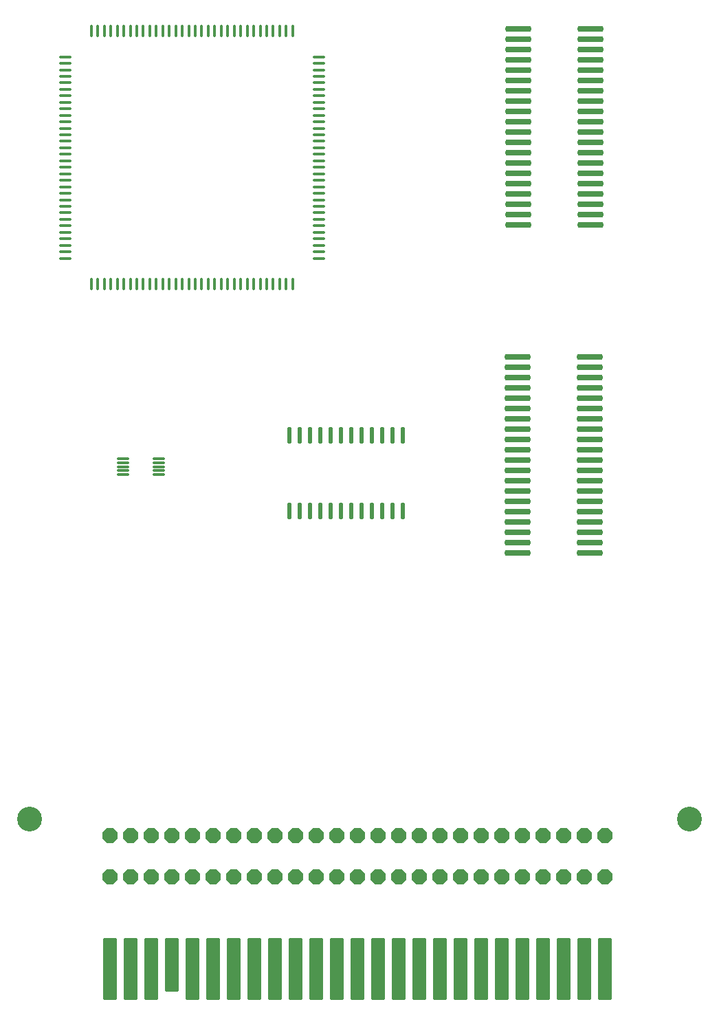
<source format=gbr>
%TF.GenerationSoftware,KiCad,Pcbnew,(6.0.0)*%
%TF.CreationDate,2022-08-25T16:51:24-03:00*%
%TF.ProjectId,BlankMSXCartHSH,426c616e-6b4d-4535-9843-617274485348,rev?*%
%TF.SameCoordinates,Original*%
%TF.FileFunction,Soldermask,Top*%
%TF.FilePolarity,Negative*%
%FSLAX46Y46*%
G04 Gerber Fmt 4.6, Leading zero omitted, Abs format (unit mm)*
G04 Created by KiCad (PCBNEW (6.0.0)) date 2022-08-25 16:51:24*
%MOMM*%
%LPD*%
G01*
G04 APERTURE LIST*
G04 Aperture macros list*
%AMRoundRect*
0 Rectangle with rounded corners*
0 $1 Rounding radius*
0 $2 $3 $4 $5 $6 $7 $8 $9 X,Y pos of 4 corners*
0 Add a 4 corners polygon primitive as box body*
4,1,4,$2,$3,$4,$5,$6,$7,$8,$9,$2,$3,0*
0 Add four circle primitives for the rounded corners*
1,1,$1+$1,$2,$3*
1,1,$1+$1,$4,$5*
1,1,$1+$1,$6,$7*
1,1,$1+$1,$8,$9*
0 Add four rect primitives between the rounded corners*
20,1,$1+$1,$2,$3,$4,$5,0*
20,1,$1+$1,$4,$5,$6,$7,0*
20,1,$1+$1,$6,$7,$8,$9,0*
20,1,$1+$1,$8,$9,$2,$3,0*%
%AMFreePoly0*
4,1,25,0.459769,0.882296,0.471892,0.871942,0.871942,0.471892,0.900449,0.415944,0.901700,0.400050,0.901700,-0.400050,0.882296,-0.459769,0.871942,-0.471892,0.471892,-0.871942,0.415944,-0.900449,0.400050,-0.901700,-0.400050,-0.901700,-0.459769,-0.882296,-0.471892,-0.871942,-0.871942,-0.471892,-0.900449,-0.415944,-0.901700,-0.400050,-0.901700,0.400050,-0.882296,0.459769,-0.871942,0.471892,
-0.471892,0.871942,-0.415944,0.900449,-0.400050,0.901700,0.400050,0.901700,0.459769,0.882296,0.459769,0.882296,$1*%
G04 Aperture macros list end*
%ADD10RoundRect,0.137500X0.137500X-0.862500X0.137500X0.862500X-0.137500X0.862500X-0.137500X-0.862500X0*%
%ADD11RoundRect,0.075000X0.650000X0.075000X-0.650000X0.075000X-0.650000X-0.075000X0.650000X-0.075000X0*%
%ADD12RoundRect,0.200000X-1.374000X-0.150000X1.374000X-0.150000X1.374000X0.150000X-1.374000X0.150000X0*%
%ADD13O,0.350000X1.600000*%
%ADD14O,1.600000X0.350000*%
%ADD15RoundRect,0.101600X0.762000X3.683000X-0.762000X3.683000X-0.762000X-3.683000X0.762000X-3.683000X0*%
%ADD16RoundRect,0.101600X0.762000X3.175000X-0.762000X3.175000X-0.762000X-3.175000X0.762000X-3.175000X0*%
%ADD17C,3.048000*%
%ADD18FreePoly0,0.000000*%
G04 APERTURE END LIST*
D10*
%TO.C,U5*%
X101295000Y-122170000D03*
X102565000Y-122170000D03*
X103835000Y-122170000D03*
X105105000Y-122170000D03*
X106375000Y-122170000D03*
X107645000Y-122170000D03*
X108915000Y-122170000D03*
X110185000Y-122170000D03*
X111455000Y-122170000D03*
X112725000Y-122170000D03*
X113995000Y-122170000D03*
X115265000Y-122170000D03*
X115265000Y-112870000D03*
X113995000Y-112870000D03*
X112725000Y-112870000D03*
X111455000Y-112870000D03*
X110185000Y-112870000D03*
X108915000Y-112870000D03*
X107645000Y-112870000D03*
X106375000Y-112870000D03*
X105105000Y-112870000D03*
X103835000Y-112870000D03*
X102565000Y-112870000D03*
X101295000Y-112870000D03*
%TD*%
D11*
%TO.C,U4*%
X85280000Y-117700000D03*
X85280000Y-117200000D03*
X85280000Y-116700000D03*
X85280000Y-116200000D03*
X85280000Y-115700000D03*
X80880000Y-115700000D03*
X80880000Y-116200000D03*
X80880000Y-116700000D03*
X80880000Y-117200000D03*
X80880000Y-117700000D03*
%TD*%
D12*
%TO.C,U3*%
X138315000Y-118415000D03*
X138315000Y-119685000D03*
X129425000Y-119685000D03*
X129425000Y-112065000D03*
X129425000Y-109525000D03*
X138315000Y-127305000D03*
X129425000Y-103175000D03*
X129425000Y-104445000D03*
X129425000Y-105715000D03*
X129425000Y-106985000D03*
X129425000Y-108255000D03*
X129425000Y-113335000D03*
X129425000Y-114605000D03*
X129425000Y-115875000D03*
X129425000Y-117145000D03*
X129425000Y-118415000D03*
X138315000Y-126035000D03*
X138315000Y-124765000D03*
X138315000Y-123495000D03*
X138315000Y-122225000D03*
X138315000Y-120955000D03*
X129425000Y-110795000D03*
X129425000Y-120955000D03*
X129425000Y-122225000D03*
X129425000Y-123495000D03*
X129425000Y-124765000D03*
X129425000Y-126035000D03*
X129425000Y-127305000D03*
X138315000Y-108255000D03*
X138315000Y-109525000D03*
X138315000Y-117145000D03*
X138315000Y-115875000D03*
X138315000Y-114605000D03*
X138315000Y-113335000D03*
X138315000Y-112065000D03*
X138315000Y-110795000D03*
X138315000Y-106985000D03*
X138315000Y-105715000D03*
X138315000Y-103175000D03*
X138315000Y-104445000D03*
%TD*%
%TO.C,U2*%
X138385000Y-64045000D03*
X138385000Y-62775000D03*
X138385000Y-65315000D03*
X138385000Y-66585000D03*
X138385000Y-70395000D03*
X138385000Y-71665000D03*
X138385000Y-72935000D03*
X138385000Y-74205000D03*
X138385000Y-75475000D03*
X138385000Y-76745000D03*
X138385000Y-69125000D03*
X138385000Y-67855000D03*
X129495000Y-86905000D03*
X129495000Y-85635000D03*
X129495000Y-84365000D03*
X129495000Y-83095000D03*
X129495000Y-81825000D03*
X129495000Y-80555000D03*
X129495000Y-70395000D03*
X138385000Y-80555000D03*
X138385000Y-81825000D03*
X138385000Y-83095000D03*
X138385000Y-84365000D03*
X138385000Y-85635000D03*
X129495000Y-78015000D03*
X129495000Y-76745000D03*
X129495000Y-75475000D03*
X129495000Y-74205000D03*
X129495000Y-72935000D03*
X129495000Y-67855000D03*
X129495000Y-66585000D03*
X129495000Y-65315000D03*
X129495000Y-64045000D03*
X129495000Y-62775000D03*
X138385000Y-86905000D03*
X129495000Y-69125000D03*
X129495000Y-71665000D03*
X129495000Y-79285000D03*
X138385000Y-79285000D03*
X138385000Y-78015000D03*
%TD*%
D13*
%TO.C,U1*%
X76930000Y-63050000D03*
X77730000Y-63050000D03*
X78530000Y-63050000D03*
X79330000Y-63050000D03*
X80130000Y-63050000D03*
X80930000Y-63050000D03*
X81730000Y-63050000D03*
X82530000Y-63050000D03*
X83330000Y-63050000D03*
X84130000Y-63050000D03*
X84930000Y-63050000D03*
X85730000Y-63050000D03*
X86530000Y-63050000D03*
X87330000Y-63050000D03*
X88130000Y-63050000D03*
X88930000Y-63050000D03*
X89730000Y-63050000D03*
X90530000Y-63050000D03*
X91330000Y-63050000D03*
X92130000Y-63050000D03*
X92930000Y-63050000D03*
X93730000Y-63050000D03*
X94530000Y-63050000D03*
X95330000Y-63050000D03*
X96130000Y-63050000D03*
X96930000Y-63050000D03*
X97730000Y-63050000D03*
X98530000Y-63050000D03*
X99330000Y-63050000D03*
X100130000Y-63050000D03*
X100930000Y-63050000D03*
X101730000Y-63050000D03*
D14*
X104930000Y-66250000D03*
X104930000Y-67050000D03*
X104930000Y-67850000D03*
X104930000Y-68650000D03*
X104930000Y-69450000D03*
X104930000Y-70250000D03*
X104930000Y-71050000D03*
X104930000Y-71850000D03*
X104930000Y-72650000D03*
X104930000Y-73450000D03*
X104930000Y-74250000D03*
X104930000Y-75050000D03*
X104930000Y-75850000D03*
X104930000Y-76650000D03*
X104930000Y-77450000D03*
X104930000Y-78250000D03*
X104930000Y-79050000D03*
X104930000Y-79850000D03*
X104930000Y-80650000D03*
X104930000Y-81450000D03*
X104930000Y-82250000D03*
X104930000Y-83050000D03*
X104930000Y-83850000D03*
X104930000Y-84650000D03*
X104930000Y-85450000D03*
X104930000Y-86250000D03*
X104930000Y-87050000D03*
X104930000Y-87850000D03*
X104930000Y-88650000D03*
X104930000Y-89450000D03*
X104930000Y-90250000D03*
X104930000Y-91050000D03*
D13*
X101730000Y-94250000D03*
X100930000Y-94250000D03*
X100130000Y-94250000D03*
X99330000Y-94250000D03*
X98530000Y-94250000D03*
X97730000Y-94250000D03*
X96930000Y-94250000D03*
X96130000Y-94250000D03*
X95330000Y-94250000D03*
X94530000Y-94250000D03*
X93730000Y-94250000D03*
X92930000Y-94250000D03*
X92130000Y-94250000D03*
X91330000Y-94250000D03*
X90530000Y-94250000D03*
X89730000Y-94250000D03*
X88930000Y-94250000D03*
X88130000Y-94250000D03*
X87330000Y-94250000D03*
X86530000Y-94250000D03*
X85730000Y-94250000D03*
X84930000Y-94250000D03*
X84130000Y-94250000D03*
X83330000Y-94250000D03*
X82530000Y-94250000D03*
X81730000Y-94250000D03*
X80930000Y-94250000D03*
X80130000Y-94250000D03*
X79330000Y-94250000D03*
X78530000Y-94250000D03*
X77730000Y-94250000D03*
X76930000Y-94250000D03*
D14*
X73730000Y-91050000D03*
X73730000Y-90250000D03*
X73730000Y-89450000D03*
X73730000Y-88650000D03*
X73730000Y-87850000D03*
X73730000Y-87050000D03*
X73730000Y-86250000D03*
X73730000Y-85450000D03*
X73730000Y-84650000D03*
X73730000Y-83850000D03*
X73730000Y-83050000D03*
X73730000Y-82250000D03*
X73730000Y-81450000D03*
X73730000Y-80650000D03*
X73730000Y-79850000D03*
X73730000Y-79050000D03*
X73730000Y-78250000D03*
X73730000Y-77450000D03*
X73730000Y-76650000D03*
X73730000Y-75850000D03*
X73730000Y-75050000D03*
X73730000Y-74250000D03*
X73730000Y-73450000D03*
X73730000Y-72650000D03*
X73730000Y-71850000D03*
X73730000Y-71050000D03*
X73730000Y-70250000D03*
X73730000Y-69450000D03*
X73730000Y-68650000D03*
X73730000Y-67850000D03*
X73730000Y-67050000D03*
X73730000Y-66250000D03*
%TD*%
D15*
%TO.C,CN1*%
X140190000Y-178533000D03*
X137650000Y-178533000D03*
X135110000Y-178533000D03*
X132570000Y-178533000D03*
X130030000Y-178533000D03*
X127490000Y-178533000D03*
X124950000Y-178533000D03*
X122410000Y-178533000D03*
X119870000Y-178533000D03*
X117330000Y-178533000D03*
X114790000Y-178533000D03*
X112250000Y-178533000D03*
X109710000Y-178533000D03*
X107170000Y-178533000D03*
X104630000Y-178533000D03*
X102090000Y-178533000D03*
X99550000Y-178533000D03*
X97010000Y-178533000D03*
X94470000Y-178533000D03*
X91930000Y-178533000D03*
X89390000Y-178533000D03*
D16*
X86850000Y-178025000D03*
D15*
X84310000Y-178533000D03*
X81770000Y-178533000D03*
X79230000Y-178533000D03*
%TD*%
D17*
%TO.C,@HOLE0*%
X69316000Y-160110000D03*
%TD*%
%TO.C,@HOLE1*%
X150596000Y-160110000D03*
%TD*%
D18*
%TO.C,PAD1*%
X140190000Y-167230000D03*
%TD*%
%TO.C,PAD2*%
X137650000Y-167230000D03*
%TD*%
%TO.C,PAD3*%
X135110000Y-167230000D03*
%TD*%
%TO.C,PAD4*%
X132570000Y-167230000D03*
%TD*%
%TO.C,PAD5*%
X130030000Y-167230000D03*
%TD*%
%TO.C,PAD6*%
X127490000Y-167230000D03*
%TD*%
%TO.C,PAD7*%
X124950000Y-167230000D03*
%TD*%
%TO.C,PAD8*%
X122410000Y-167230000D03*
%TD*%
%TO.C,PAD9*%
X119870000Y-167230000D03*
%TD*%
%TO.C,PAD10*%
X117330000Y-167230000D03*
%TD*%
%TO.C,PAD11*%
X114790000Y-167230000D03*
%TD*%
%TO.C,PAD12*%
X112250000Y-167230000D03*
%TD*%
%TO.C,PAD13*%
X109710000Y-167230000D03*
%TD*%
%TO.C,PAD14*%
X107170000Y-167230000D03*
%TD*%
%TO.C,PAD15*%
X104630000Y-167230000D03*
%TD*%
%TO.C,PAD16*%
X102090000Y-167230000D03*
%TD*%
%TO.C,PAD17*%
X99550000Y-167230000D03*
%TD*%
%TO.C,PAD18*%
X97010000Y-167230000D03*
%TD*%
%TO.C,PAD19*%
X94470000Y-167230000D03*
%TD*%
%TO.C,PAD20*%
X91930000Y-167230000D03*
%TD*%
%TO.C,PAD21*%
X89390000Y-167230000D03*
%TD*%
%TO.C,PAD22*%
X86850000Y-167230000D03*
%TD*%
%TO.C,PAD23*%
X84310000Y-167230000D03*
%TD*%
%TO.C,PAD24*%
X81770000Y-167230000D03*
%TD*%
%TO.C,PAD25*%
X79230000Y-167230000D03*
%TD*%
%TO.C,PAD26*%
X140190000Y-162150000D03*
%TD*%
%TO.C,PAD27*%
X137650000Y-162150000D03*
%TD*%
%TO.C,PAD29*%
X132570000Y-162150000D03*
%TD*%
%TO.C,PAD30*%
X130030000Y-162150000D03*
%TD*%
%TO.C,PAD31*%
X127490000Y-162150000D03*
%TD*%
%TO.C,PAD32*%
X79230000Y-162150000D03*
%TD*%
%TO.C,PAD33*%
X81770000Y-162150000D03*
%TD*%
%TO.C,PAD34*%
X84310000Y-162150000D03*
%TD*%
%TO.C,PAD37*%
X91930000Y-162150000D03*
%TD*%
%TO.C,PAD38*%
X94470000Y-162150000D03*
%TD*%
%TO.C,PAD39*%
X97010000Y-162150000D03*
%TD*%
%TO.C,PAD40*%
X99550000Y-162150000D03*
%TD*%
%TO.C,PAD41*%
X102090000Y-162150000D03*
%TD*%
%TO.C,PAD42*%
X104630000Y-162150000D03*
%TD*%
%TO.C,PAD43*%
X107170000Y-162150000D03*
%TD*%
%TO.C,PAD44*%
X109710000Y-162150000D03*
%TD*%
%TO.C,PAD45*%
X112250000Y-162150000D03*
%TD*%
%TO.C,PAD46*%
X114790000Y-162150000D03*
%TD*%
%TO.C,PAD47*%
X117330000Y-162150000D03*
%TD*%
%TO.C,PAD48*%
X119870000Y-162150000D03*
%TD*%
%TO.C,PAD49*%
X122410000Y-162150000D03*
%TD*%
%TO.C,PAD50*%
X124950000Y-162150000D03*
%TD*%
%TO.C,PAD28*%
X86850000Y-162150000D03*
%TD*%
%TO.C,PAD35*%
X89390000Y-162150000D03*
%TD*%
%TO.C,PAD36*%
X135110000Y-162150000D03*
%TD*%
M02*

</source>
